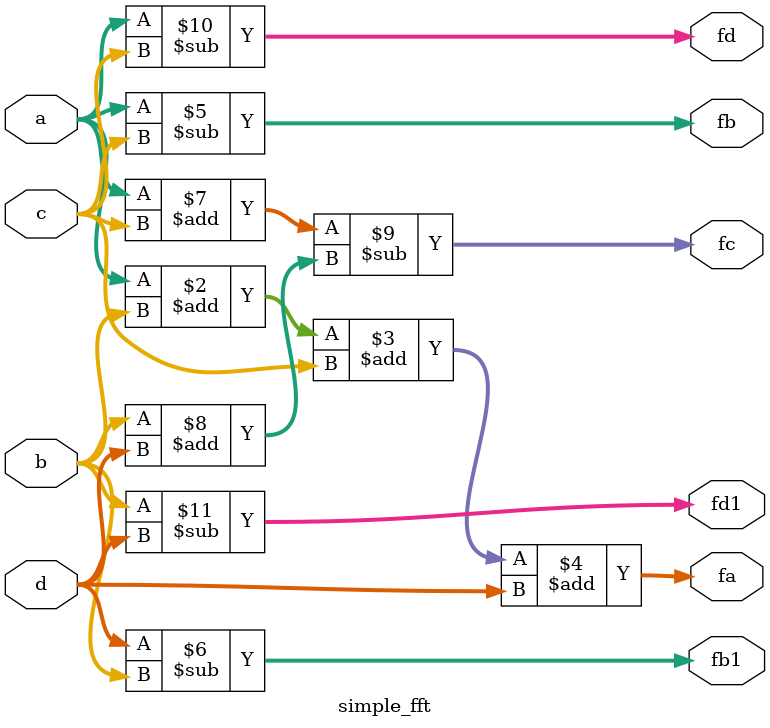
<source format=v>
module simple_fft(a,b,c,d,fa,fb,fb1,fc,fd,fd1);
  input [4:0]a,b,c,d;
  output reg [5:0]fa,fb,fb1,fc,fd,fd1;
  always @ (a,b,c,d)
    begin
      fa <= a + b + c + d;
      fb <= a - c;
      fb1 <= d - b;
      fc <= a + c - (b + d);
      fd <= a - c;
      fd1 <= b - d;
    end
endmodule

</source>
